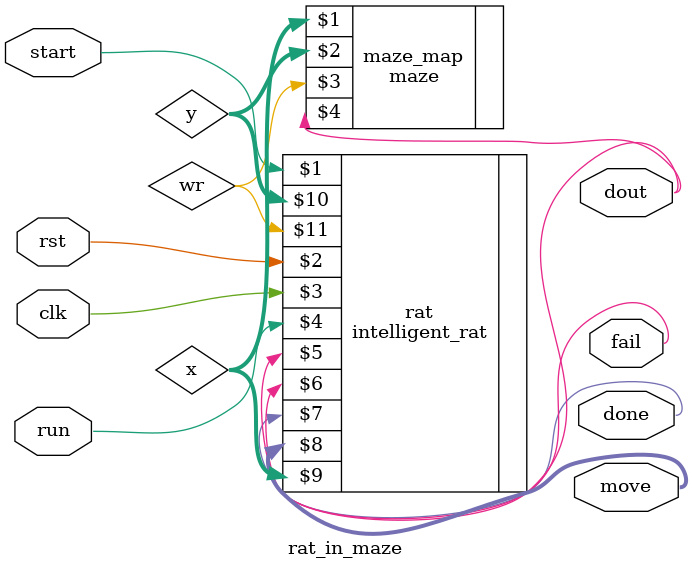
<source format=sv>
module rat_in_maze(input start, rst, clk, run, output fail, done, dout, output [1:0] move);

wire [3:0] x,y;
wire wr;

intelligent_rat rat(start, rst, clk, run, dout, fail, done, move, x, y, wr);

maze maze_map (x, y, wr, dout);

endmodule
</source>
